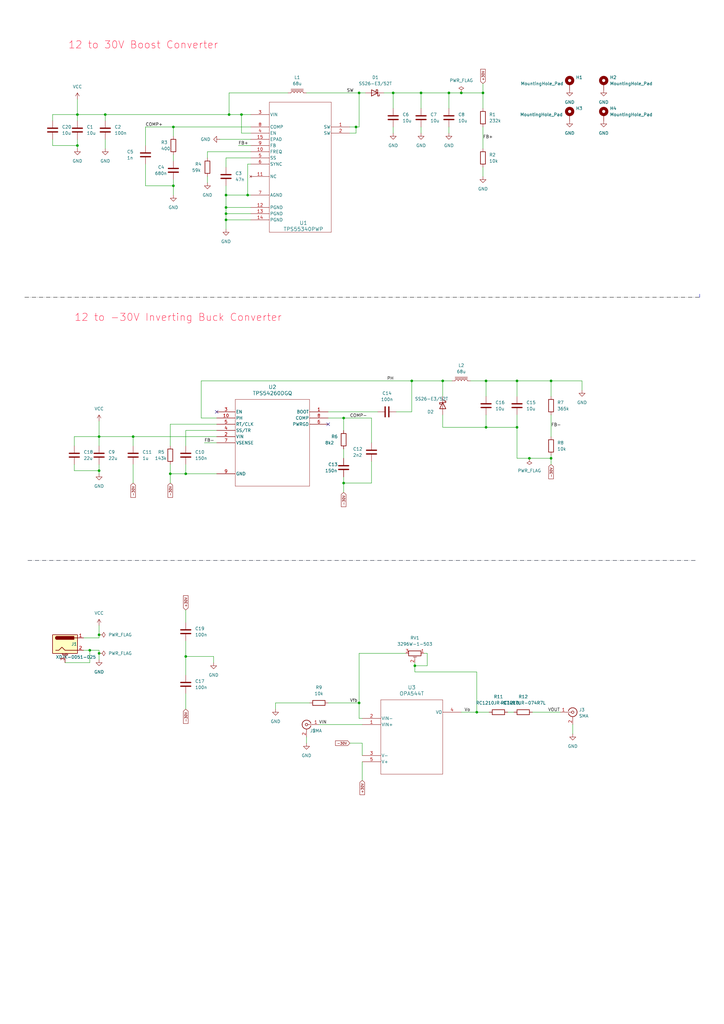
<source format=kicad_sch>
(kicad_sch (version 20231120) (generator "eeschema") (generator_version "8.0")
  (paper "A3" portrait)
  (lib_symbols
    (symbol "Connector:Barrel_Jack_MountingPin" (pin_names hide)
      (property "Reference" "J1" (at 2.54 0 0))
      (property "Value" "Power_in" (at -3.81 -5.334 0))
      (symbol "Barrel_Jack_MountingPin_0_1"
        (rectangle (start -5.08 3.81) (end 5.08 -3.81) (stroke (width 0.254)) (fill (type background)))
        (arc (start -3.302 3.175) (mid -3.9343 2.54) (end -3.302 1.905) (stroke (width 0.254)))
        (arc (start -3.302 3.175) (mid -3.9343 2.54) (end -3.302 1.905) (stroke (width 0.254)) (fill (type outline)))
        (polyline (pts (xy 5.08 2.54) (xy 3.81 2.54)) (stroke (width 0.254)))
        (polyline (pts (xy -3.81 -2.54) (xy -2.54 -2.54) (xy -1.27 -1.27) (xy 0 -2.54) (xy 2.54 -2.54) (xy 5.08 -2.54)) (stroke (width 0.254)))
        (rectangle (start 3.683 3.175) (end -3.302 1.905) (stroke (width 0.254)) (fill (type outline)))
      )
      (symbol "Barrel_Jack_MountingPin_1_1"
        (polyline (pts (xy -1.016 -4.572) (xy 1.016 -4.572)) (stroke (width 0.1524)))
        (text "Mounting" (at 0 -4.191 0) (effects (font (size 0.381 0.381))))
        (pin passive line (at 7.62 2.54 180) (length 2.54) (name "~") (number "1"))
        (pin passive line (at 7.62 -2.54 180) (length 2.54) (name "~") (number "2"))
        (pin passive line (at 0 -7.62 90) (length 3.048) (name "MountPin") (number "3"))
      )
    )
    (symbol "Connector:Conn_Coaxial" (pin_names (offset 1.016) hide)
      (property "Reference" "J" (at 0.254 3.048 0))
      (property "Value" "Conn_Coaxial" (at 2.921 0 90))
      (symbol "Conn_Coaxial_0_1"
        (arc (start -1.778 -0.508) (mid 0.2311 -1.8066) (end 1.778 0) (stroke (width 0.254)))
        (polyline (pts (xy -2.54 0) (xy -0.508 0)))
        (polyline (pts (xy 0 -2.54) (xy 0 -1.778)))
        (circle (center 0 0) (radius 0.508) (stroke (width 0.2032)))
        (arc (start 1.778 0) (mid 0.2099 1.8101) (end -1.778 0.508) (stroke (width 0.254)))
      )
      (symbol "Conn_Coaxial_1_1"
        (pin passive line (at -5.08 0 0) (length 2.54) (name "In") (number "1"))
        (pin passive line (at 0 -5.08 90) (length 2.54) (name "Ext") (number "2"))
      )
    )
    (symbol "Device:C" (pin_numbers hide) (pin_names (offset 0.254))
      (property "Reference" "C" (at 0.635 2.54 0))
      (property "Value" "C" (at 0.635 -2.54 0))
      (symbol "C_0_1"
        (polyline (pts (xy -2.032 -0.762) (xy 2.032 -0.762)) (stroke (width 0.508)))
        (polyline (pts (xy -2.032 0.762) (xy 2.032 0.762)) (stroke (width 0.508)))
      )
      (symbol "C_1_1"
        (pin passive line (at 0 3.81 270) (length 2.794) (name "~") (number "1"))
        (pin passive line (at 0 -3.81 90) (length 2.794) (name "~") (number "2"))
      )
    )
    (symbol "Device:D_Schottky" (pin_numbers hide) (pin_names (offset 1.016) hide)
      (property "Reference" "D" (at 0 2.54 0))
      (property "Value" "D_Schottky" (at 0 -2.54 0))
      (symbol "D_Schottky_0_1"
        (polyline (pts (xy 1.27 0) (xy -1.27 0)))
        (polyline (pts (xy 1.27 1.27) (xy 1.27 -1.27) (xy -1.27 0) (xy 1.27 1.27)) (stroke (width 0.254)))
        (polyline (pts (xy -1.905 0.635) (xy -1.905 1.27) (xy -1.27 1.27) (xy -1.27 -1.27) (xy -0.635 -1.27) (xy -0.635 -0.635)) (stroke (width 0.254)))
      )
      (symbol "D_Schottky_1_1"
        (pin passive line (at -3.81 0 0) (length 2.54) (name "K") (number "1"))
        (pin passive line (at 3.81 0 180) (length 2.54) (name "A") (number "2"))
      )
    )
    (symbol "Device:L_Iron" (pin_numbers hide) (pin_names (offset 1.016) hide)
      (property "Reference" "L" (at -1.27 0 90))
      (property "Value" "L_Iron" (at 2.794 0 90))
      (symbol "L_Iron_0_1"
        (arc (start 0 -2.54) (mid 0.6323 -1.905) (end 0 -1.27))
        (arc (start 0 -1.27) (mid 0.6323 -0.635) (end 0 0))
        (polyline (pts (xy 1.016 2.54) (xy 1.016 -2.54)))
        (polyline (pts (xy 1.524 -2.54) (xy 1.524 2.54)))
        (arc (start 0 0) (mid 0.6323 0.635) (end 0 1.27))
        (arc (start 0 1.27) (mid 0.6323 1.905) (end 0 2.54))
      )
      (symbol "L_Iron_1_1"
        (pin passive line (at 0 3.81 270) (length 1.27) (name "1") (number "1"))
        (pin passive line (at 0 -3.81 90) (length 1.27) (name "2") (number "2"))
      )
    )
    (symbol "Device:R" (pin_numbers hide) (pin_names (offset 0))
      (property "Reference" "R" (at 2.032 0 90))
      (property "Value" "R" (at 0 0 90))
      (symbol "R_0_1"
        (rectangle (start -1.016 -2.54) (end 1.016 2.54) (stroke (width 0.254)))
      )
      (symbol "R_1_1"
        (pin passive line (at 0 3.81 270) (length 1.27) (name "~") (number "1"))
        (pin passive line (at 0 -3.81 90) (length 1.27) (name "~") (number "2"))
      )
    )
    (symbol "Device:R_Potentiometer_Trim" (pin_names (offset 1.016) hide)
      (property "Reference" "RV" (at -4.445 0 90))
      (property "Value" "R_Potentiometer_Trim" (at -2.54 0 90))
      (symbol "R_Potentiometer_Trim_0_1"
        (polyline (pts (xy 1.524 0.762) (xy 1.524 -0.762)))
        (polyline (pts (xy 2.54 0) (xy 1.524 0)))
        (rectangle (start 1.016 2.54) (end -1.016 -2.54) (stroke (width 0.254)))
      )
      (symbol "R_Potentiometer_Trim_1_1"
        (pin passive line (at 0 3.81 270) (length 1.27) (name "1") (number "1"))
        (pin passive line (at 3.81 0 180) (length 1.27) (name "2") (number "2"))
        (pin passive line (at 0 -3.81 90) (length 1.27) (name "3") (number "3"))
      )
    )
    (symbol "Mechanical:MountingHole_Pad" (pin_numbers hide) (pin_names (offset 1.016) hide) (exclude_from_sim yes) (in_bom no)
      (property "Reference" "H" (at 0 6.35 0))
      (property "Value" "MountingHole_Pad" (at 0 4.445 0))
      (symbol "MountingHole_Pad_0_1"
        (circle (center 0 1.27) (radius 1.27) (stroke (width 1.27)))
      )
      (symbol "MountingHole_Pad_1_1"
        (pin input line (at 0 -2.54 90) (length 2.54) (name "1") (number "1"))
      )
    )
    (symbol "OPA544T:OPA544T" (pin_names (offset 0.254))
      (property "Reference" "U" (at 20.32 12.7 0))
      (property "Value" "OPA544T" (at 20.32 10.16 0))
      (symbol "OPA544T_0_1"
        (polyline (pts (xy 7.62 -22.86) (xy 33.02 -22.86)) (stroke (width 0.127)))
        (polyline (pts (xy 7.62 7.62) (xy 7.62 -22.86)) (stroke (width 0.127)))
        (polyline (pts (xy 33.02 -22.86) (xy 33.02 7.62)) (stroke (width 0.127)))
        (polyline (pts (xy 33.02 7.62) (xy 7.62 7.62)) (stroke (width 0.127)))
        (pin input line (at 0 -2.54 0) (length 7.62) (name "VIN+") (number "1"))
        (pin input line (at 0 0 0) (length 7.62) (name "VIN-") (number "2"))
        (pin power_in line (at 0 -15.24 0) (length 7.62) (name "V-") (number "3"))
        (pin output line (at 40.64 2.54 180) (length 7.62) (name "VO") (number "4"))
        (pin power_in line (at 0 -17.78 0) (length 7.62) (name "V+") (number "5"))
      )
    )
    (symbol "TPS54260:TPS54260DGQ" (pin_names (offset 0.254))
      (property "Reference" "U" (at 22.86 10.16 0))
      (property "Value" "TPS54260DGQ" (at 22.86 7.62 0))
      (symbol "TPS54260DGQ_0_1"
        (polyline (pts (xy 7.62 -30.48) (xy 38.1 -30.48)) (stroke (width 0.127)))
        (polyline (pts (xy 7.62 5.08) (xy 7.62 -30.48)) (stroke (width 0.127)))
        (polyline (pts (xy 38.1 -30.48) (xy 38.1 5.08)) (stroke (width 0.127)))
        (polyline (pts (xy 38.1 5.08) (xy 7.62 5.08)) (stroke (width 0.127)))
        (pin output line (at 45.72 0 180) (length 7.62) (name "BOOT") (number "1"))
        (pin input line (at 0 -2.54 0) (length 7.62) (name "PH") (number "10"))
        (pin input line (at 0 -10.16 0) (length 7.62) (name "VIN") (number "2"))
        (pin input line (at 0 0 0) (length 7.62) (name "EN") (number "3"))
        (pin input line (at 0 -7.62 0) (length 7.62) (name "SS/TR") (number "4"))
        (pin input line (at 0 -5.08 0) (length 7.62) (name "RT/CLK") (number "5"))
        (pin output line (at 45.72 -5.08 180) (length 7.62) (name "PWRGD") (number "6"))
        (pin input line (at 0 -12.7 0) (length 7.62) (name "VSENSE") (number "7"))
        (pin output line (at 45.72 -2.54 180) (length 7.62) (name "COMP") (number "8"))
        (pin power_in line (at 0 -25.4 0) (length 7.62) (name "GND") (number "9"))
      )
    )
    (symbol "power:GND" (power) (pin_names (offset 0))
      (property "Value" "GND" (at 0 -3.81 0))
      (symbol "GND_0_1"
        (polyline (pts (xy 0 0) (xy 0 -1.27) (xy 1.27 -1.27) (xy 0 -2.54) (xy -1.27 -1.27) (xy 0 -1.27)))
      )
      (symbol "GND_1_1"
        (pin power_in line (at 0 0 270) (length 0) hide (name "GND") (number "1"))
      )
    )
    (symbol "power:PWR_FLAG" (power) (pin_numbers hide) (pin_names (offset 0) hide)
      (property "Value" "PWR_FLAG" (at 0 3.81 0))
      (symbol "PWR_FLAG_0_0"
        (pin power_out line (at 0 0 90) (length 0) (name "~") (number "1"))
      )
      (symbol "PWR_FLAG_0_1"
        (polyline (pts (xy 0 0) (xy 0 1.27) (xy -1.016 1.905) (xy 0 2.54) (xy 1.016 1.905) (xy 0 1.27)))
      )
    )
    (symbol "power:VCC" (power) (pin_names (offset 0))
      (property "Value" "VCC" (at 0 3.81 0))
      (symbol "VCC_0_1"
        (polyline (pts (xy -0.762 1.27) (xy 0 2.54)))
        (polyline (pts (xy 0 0) (xy 0 2.54)))
        (polyline (pts (xy 0 2.54) (xy 0.762 1.27)))
      )
      (symbol "VCC_1_1"
        (pin power_in line (at 0 0 90) (length 0) hide (name "VCC") (number "1"))
      )
    )
    (symbol "tps56:TPS55340PWP" (pin_names (offset 0.254))
      (property "Reference" "U" (at 20.32 10.16 0))
      (property "Value" "TPS55340PWP" (at 20.32 7.62 0))
      (symbol "TPS55340PWP_0_1"
        (polyline (pts (xy 7.62 -48.26) (xy 33.02 -48.26)) (stroke (width 0.127)))
        (polyline (pts (xy 7.62 5.08) (xy 7.62 -48.26)) (stroke (width 0.127)))
        (polyline (pts (xy 33.02 -48.26) (xy 33.02 5.08)) (stroke (width 0.127)))
        (polyline (pts (xy 33.02 5.08) (xy 7.62 5.08)) (stroke (width 0.127)))
        (pin unspecified line (at 40.64 -5.08 180) (length 7.62) (name "SW") (number "1"))
        (pin unspecified line (at 0 -15.24 0) (length 7.62) (name "FREQ") (number "10"))
        (pin no_connect line (at 0 -25.4 0) (length 7.62) (name "NC") (number "11"))
        (pin power_in line (at 0 -38.1 0) (length 7.62) (name "PGND") (number "12"))
        (pin power_in line (at 0 -40.64 0) (length 7.62) (name "PGND") (number "13"))
        (pin power_in line (at 0 -43.18 0) (length 7.62) (name "PGND") (number "14"))
        (pin unspecified line (at 0 -10.16 0) (length 7.62) (name "EPAD") (number "15"))
        (pin unspecified line (at 40.64 -7.62 180) (length 7.62) (name "SW") (number "2"))
        (pin input line (at 0 0 0) (length 7.62) (name "VIN") (number "3"))
        (pin unspecified line (at 0 -7.62 0) (length 7.62) (name "EN") (number "4"))
        (pin unspecified line (at 0 -17.78 0) (length 7.62) (name "SS") (number "5"))
        (pin unspecified line (at 0 -20.32 0) (length 7.62) (name "SYNC") (number "6"))
        (pin power_in line (at 0 -33.02 0) (length 7.62) (name "AGND") (number "7"))
        (pin unspecified line (at 0 -5.08 0) (length 7.62) (name "COMP") (number "8"))
        (pin unspecified line (at 0 -12.7 0) (length 7.62) (name "FB") (number "9"))
      )
    )
  )
  (junction (at 40.64 179.07))
  (junction (at 93.98 46.99))
  (junction (at 40.64 267.97))
  (junction (at 168.91 156.21))
  (junction (at 76.2 269.24))
  (junction (at 71.12 76.2))
  (junction (at 181.61 156.21))
  (junction (at 101.6 80.01))
  (junction (at 184.15 38.1))
  (junction (at 172.72 38.1))
  (junction (at 146.05 52.07))
  (junction (at 195.58 292.1))
  (junction (at 31.75 59.69))
  (junction (at 36.83 266.7))
  (junction (at 40.64 193.04))
  (junction (at 147.32 38.1))
  (junction (at 199.39 175.26))
  (junction (at 212.09 175.26))
  (junction (at 92.71 90.17))
  (junction (at 43.18 46.99))
  (junction (at 217.17 187.96))
  (junction (at 92.71 80.01))
  (junction (at 69.85 194.31))
  (junction (at 99.06 46.99))
  (junction (at 161.29 38.1))
  (junction (at 170.18 273.05))
  (junction (at 76.2 194.31))
  (junction (at 189.23 38.1))
  (junction (at 54.61 179.07))
  (junction (at 140.97 198.12))
  (junction (at 31.75 46.99))
  (junction (at 226.06 187.96))
  (junction (at 92.71 85.09))
  (junction (at 147.32 288.29))
  (junction (at 226.06 156.21))
  (junction (at 198.12 38.1))
  (junction (at 212.09 156.21))
  (junction (at 71.12 52.07))
  (junction (at 40.64 260.35))
  (junction (at 140.97 171.45))
  (junction (at 92.71 87.63))
  (junction (at 199.39 156.21))
  (no_connect (at 88.9 168.91))
  (no_connect (at 134.62 173.99))
  (wire (pts (xy 92.71 90.17) (xy 92.71 93.98)))
  (wire (pts (xy 161.29 38.1) (xy 172.72 38.1)))
  (wire (pts (xy 31.75 57.15) (xy 31.75 59.69)))
  (wire (pts (xy 152.4 181.61) (xy 152.4 171.45)))
  (wire (pts (xy 85.09 72.39) (xy 85.09 74.93)))
  (wire (pts (xy 76.2 262.89) (xy 76.2 269.24)))
  (wire (pts (xy 76.2 190.5) (xy 76.2 194.31)))
  (wire (pts (xy 198.12 34.29) (xy 198.12 38.1)))
  (wire (pts (xy 82.55 156.21) (xy 168.91 156.21)))
  (polyline (pts (xy 10.16 121.92) (xy 287.02 121.92)) (stroke (width 0) (type dash_dot) (color 5 5 5 1)))
  (wire (pts (xy 198.12 44.45) (xy 198.12 38.1)))
  (wire (pts (xy 21.59 46.99) (xy 21.59 49.53)))
  (wire (pts (xy 140.97 171.45) (xy 140.97 176.53)))
  (wire (pts (xy 140.97 171.45) (xy 134.62 171.45)))
  (wire (pts (xy 40.64 266.7) (xy 40.64 267.97)))
  (wire (pts (xy 152.4 189.23) (xy 152.4 198.12)))
  (wire (pts (xy 85.09 62.23) (xy 85.09 64.77)))
  (wire (pts (xy 82.55 171.45) (xy 82.55 156.21)))
  (wire (pts (xy 30.48 190.5) (xy 30.48 193.04)))
  (wire (pts (xy 195.58 292.1) (xy 200.66 292.1)))
  (wire (pts (xy 92.71 64.77) (xy 92.71 68.58)))
  (wire (pts (xy 226.06 162.56) (xy 226.06 156.21)))
  (wire (pts (xy 147.32 267.97) (xy 166.37 267.97)))
  (wire (pts (xy 21.59 59.69) (xy 31.75 59.69)))
  (wire (pts (xy 34.29 261.62) (xy 40.64 261.62)))
  (wire (pts (xy 168.91 168.91) (xy 168.91 156.21)))
  (wire (pts (xy 140.97 198.12) (xy 140.97 201.93)))
  (wire (pts (xy 93.98 46.99) (xy 99.06 46.99)))
  (wire (pts (xy 184.15 44.45) (xy 184.15 38.1)))
  (wire (pts (xy 226.06 170.18) (xy 226.06 179.07)))
  (wire (pts (xy 34.29 266.7) (xy 36.83 266.7)))
  (wire (pts (xy 76.2 182.88) (xy 76.2 176.53)))
  (wire (pts (xy 140.97 184.15) (xy 140.97 187.96)))
  (wire (pts (xy 43.18 57.15) (xy 43.18 60.96)))
  (wire (pts (xy 69.85 190.5) (xy 69.85 194.31)))
  (wire (pts (xy 226.06 187.96) (xy 226.06 190.5)))
  (wire (pts (xy 134.62 168.91) (xy 154.94 168.91)))
  (wire (pts (xy 199.39 156.21) (xy 212.09 156.21)))
  (wire (pts (xy 69.85 173.99) (xy 88.9 173.99)))
  (wire (pts (xy 40.64 179.07) (xy 40.64 172.72)))
  (wire (pts (xy 113.03 288.29) (xy 113.03 290.83)))
  (wire (pts (xy 76.2 176.53) (xy 88.9 176.53)))
  (wire (pts (xy 76.2 194.31) (xy 88.9 194.31)))
  (wire (pts (xy 152.4 171.45) (xy 140.97 171.45)))
  (wire (pts (xy 43.18 46.99) (xy 93.98 46.99)))
  (wire (pts (xy 40.64 179.07) (xy 40.64 182.88)))
  (wire (pts (xy 71.12 73.66) (xy 71.12 76.2)))
  (wire (pts (xy 97.79 59.69) (xy 102.87 59.69)))
  (wire (pts (xy 30.48 179.07) (xy 30.48 182.88)))
  (wire (pts (xy 234.95 297.18) (xy 234.95 300.99)))
  (wire (pts (xy 113.03 288.29) (xy 127 288.29)))
  (wire (pts (xy 92.71 76.2) (xy 92.71 80.01)))
  (wire (pts (xy 59.69 52.07) (xy 71.12 52.07)))
  (wire (pts (xy 92.71 87.63) (xy 92.71 90.17)))
  (wire (pts (xy 161.29 38.1) (xy 157.48 38.1)))
  (wire (pts (xy 71.12 76.2) (xy 71.12 80.01)))
  (wire (pts (xy 130.81 297.18) (xy 148.59 297.18)))
  (wire (pts (xy 226.06 187.96) (xy 217.17 187.96)))
  (wire (pts (xy 92.71 80.01) (xy 92.71 85.09)))
  (wire (pts (xy 76.2 269.24) (xy 76.2 276.86)))
  (wire (pts (xy 181.61 170.18) (xy 181.61 175.26)))
  (wire (pts (xy 148.59 304.8) (xy 148.59 309.88)))
  (wire (pts (xy 31.75 46.99) (xy 21.59 46.99)))
  (wire (pts (xy 31.75 59.69) (xy 31.75 60.96)))
  (wire (pts (xy 181.61 156.21) (xy 185.42 156.21)))
  (wire (pts (xy 59.69 59.69) (xy 59.69 52.07)))
  (wire (pts (xy 147.32 294.64) (xy 148.59 294.64)))
  (wire (pts (xy 161.29 44.45) (xy 161.29 38.1)))
  (wire (pts (xy 189.23 38.1) (xy 198.12 38.1)))
  (wire (pts (xy 102.87 62.23) (xy 85.09 62.23)))
  (wire (pts (xy 175.26 267.97) (xy 175.26 273.05)))
  (wire (pts (xy 93.98 38.1) (xy 93.98 46.99)))
  (wire (pts (xy 71.12 52.07) (xy 102.87 52.07)))
  (wire (pts (xy 71.12 52.07) (xy 71.12 55.88)))
  (wire (pts (xy 31.75 40.64) (xy 31.75 46.99)))
  (wire (pts (xy 69.85 194.31) (xy 76.2 194.31)))
  (wire (pts (xy 199.39 162.56) (xy 199.39 156.21)))
  (wire (pts (xy 173.99 267.97) (xy 175.26 267.97)))
  (wire (pts (xy 199.39 170.18) (xy 199.39 175.26)))
  (wire (pts (xy 175.26 273.05) (xy 170.18 273.05)))
  (wire (pts (xy 226.06 156.21) (xy 238.76 156.21)))
  (wire (pts (xy 88.9 171.45) (xy 82.55 171.45)))
  (wire (pts (xy 198.12 68.58) (xy 198.12 72.39)))
  (wire (pts (xy 170.18 271.78) (xy 170.18 273.05)))
  (wire (pts (xy 59.69 76.2) (xy 71.12 76.2)))
  (wire (pts (xy 147.32 267.97) (xy 147.32 288.29)))
  (wire (pts (xy 134.62 288.29) (xy 147.32 288.29)))
  (wire (pts (xy 212.09 156.21) (xy 226.06 156.21)))
  (wire (pts (xy 226.06 186.69) (xy 226.06 187.96)))
  (wire (pts (xy 199.39 175.26) (xy 212.09 175.26)))
  (wire (pts (xy 218.44 292.1) (xy 229.87 292.1)))
  (wire (pts (xy 147.32 38.1) (xy 147.32 52.07)))
  (wire (pts (xy 102.87 90.17) (xy 92.71 90.17)))
  (wire (pts (xy 102.87 64.77) (xy 92.71 64.77)))
  (wire (pts (xy 217.17 187.96) (xy 212.09 187.96)))
  (wire (pts (xy 181.61 175.26) (xy 199.39 175.26)))
  (wire (pts (xy 143.51 54.61) (xy 146.05 54.61)))
  (wire (pts (xy 146.05 52.07) (xy 143.51 52.07)))
  (wire (pts (xy 212.09 170.18) (xy 212.09 175.26)))
  (wire (pts (xy 31.75 46.99) (xy 31.75 49.53)))
  (wire (pts (xy 125.73 302.26) (xy 125.73 304.8)))
  (wire (pts (xy 238.76 160.02) (xy 238.76 156.21)))
  (wire (pts (xy 143.51 304.8) (xy 148.59 304.8)))
  (wire (pts (xy 147.32 38.1) (xy 149.86 38.1)))
  (wire (pts (xy 21.59 57.15) (xy 21.59 59.69)))
  (wire (pts (xy 36.83 271.78) (xy 36.83 266.7)))
  (wire (pts (xy 181.61 162.56) (xy 181.61 156.21)))
  (wire (pts (xy 36.83 266.7) (xy 40.64 266.7)))
  (wire (pts (xy 99.06 54.61) (xy 99.06 46.99)))
  (wire (pts (xy 102.87 54.61) (xy 99.06 54.61)))
  (wire (pts (xy 161.29 52.07) (xy 161.29 54.61)))
  (wire (pts (xy 170.18 273.05) (xy 170.18 275.59)))
  (wire (pts (xy 147.32 288.29) (xy 147.32 294.64)))
  (wire (pts (xy 172.72 44.45) (xy 172.72 38.1)))
  (polyline (pts (xy 11.43 229.87) (xy 285.75 229.87)) (stroke (width 0) (type dash_dot) (color 0 8 30 1)))
  (wire (pts (xy 54.61 179.07) (xy 88.9 179.07)))
  (wire (pts (xy 59.69 67.31) (xy 59.69 76.2)))
  (wire (pts (xy 118.11 38.1) (xy 93.98 38.1)))
  (wire (pts (xy 99.06 46.99) (xy 102.87 46.99)))
  (wire (pts (xy 76.2 284.48) (xy 76.2 290.83)))
  (wire (pts (xy 212.09 175.26) (xy 212.09 187.96)))
  (wire (pts (xy 40.64 179.07) (xy 30.48 179.07)))
  (wire (pts (xy 147.32 52.07) (xy 146.05 52.07)))
  (wire (pts (xy 168.91 156.21) (xy 181.61 156.21)))
  (wire (pts (xy 31.75 46.99) (xy 43.18 46.99)))
  (wire (pts (xy 90.17 57.15) (xy 102.87 57.15)))
  (wire (pts (xy 40.64 261.62) (xy 40.64 260.35)))
  (wire (pts (xy 92.71 80.01) (xy 101.6 80.01)))
  (wire (pts (xy 212.09 162.56) (xy 212.09 156.21)))
  (wire (pts (xy 40.64 190.5) (xy 40.64 193.04)))
  (wire (pts (xy 140.97 195.58) (xy 140.97 198.12)))
  (wire (pts (xy 40.64 179.07) (xy 54.61 179.07)))
  (wire (pts (xy 102.87 67.31) (xy 101.6 67.31)))
  (wire (pts (xy 83.82 181.61) (xy 88.9 181.61)))
  (wire (pts (xy 43.18 49.53) (xy 43.18 46.99)))
  (wire (pts (xy 71.12 63.5) (xy 71.12 66.04)))
  (wire (pts (xy 101.6 80.01) (xy 102.87 80.01)))
  (wire (pts (xy 162.56 168.91) (xy 168.91 168.91)))
  (wire (pts (xy 184.15 38.1) (xy 189.23 38.1)))
  (wire (pts (xy 30.48 193.04) (xy 40.64 193.04)))
  (wire (pts (xy 170.18 275.59) (xy 195.58 275.59)))
  (wire (pts (xy 76.2 250.19) (xy 76.2 255.27)))
  (wire (pts (xy 40.64 193.04) (xy 40.64 194.31)))
  (wire (pts (xy 101.6 67.31) (xy 101.6 80.01)))
  (wire (pts (xy 172.72 52.07) (xy 172.72 54.61)))
  (wire (pts (xy 152.4 198.12) (xy 140.97 198.12)))
  (wire (pts (xy 208.28 292.1) (xy 210.82 292.1)))
  (wire (pts (xy 184.15 52.07) (xy 184.15 54.61)))
  (wire (pts (xy 87.63 271.78) (xy 87.63 269.24)))
  (wire (pts (xy 26.67 271.78) (xy 36.83 271.78)))
  (wire (pts (xy 148.59 312.42) (xy 148.59 320.04)))
  (wire (pts (xy 189.23 292.1) (xy 195.58 292.1)))
  (wire (pts (xy 87.63 269.24) (xy 76.2 269.24)))
  (wire (pts (xy 195.58 275.59) (xy 195.58 292.1)))
  (wire (pts (xy 69.85 194.31) (xy 69.85 198.12)))
  (wire (pts (xy 172.72 38.1) (xy 184.15 38.1)))
  (wire (pts (xy 92.71 85.09) (xy 92.71 87.63)))
  (wire (pts (xy 54.61 190.5) (xy 54.61 198.12)))
  (wire (pts (xy 69.85 182.88) (xy 69.85 173.99)))
  (wire (pts (xy 125.73 38.1) (xy 147.32 38.1)))
  (wire (pts (xy 92.71 85.09) (xy 102.87 85.09)))
  (wire (pts (xy 193.04 156.21) (xy 199.39 156.21)))
  (polyline (pts (xy 287.02 120.65) (xy 287.02 121.92)))
  (wire (pts (xy 92.71 87.63) (xy 102.87 87.63)))
  (wire (pts (xy 54.61 179.07) (xy 54.61 182.88)))
  (wire (pts (xy 40.64 267.97) (xy 40.64 270.51)))
  (wire (pts (xy 146.05 54.61) (xy 146.05 52.07)))
  (wire (pts (xy 198.12 52.07) (xy 198.12 60.96)))
  (wire (pts (xy 40.64 260.35) (xy 40.64 256.54)))
  (text "12 to -30V Inverting Buck Converter" (at 30.48 132.08 0) (effects (font (size 3 3)) (justify left bottom)))
  (text "12 to 30V Boost Converter" (at 27.94 20.32 0) (effects (font (size 3 3)) (justify left bottom)))
  (label "FB+" (at 97.79 59.69 0))
  (label "COMP-" (at 143.51 171.45 0))
  (label "FB-" (at 83.82 181.61 0))
  (label "COMP+" (at 59.69 52.07 0))
  (label "VOUT" (at 224.79 292.1 0))
  (label "SW" (at 142.24 38.1 0))
  (label "FB-" (at 226.06 175.26 0))
  (label "Vfb" (at 143.51 288.29 0))
  (label "VIN" (at 130.81 297.18 0))
  (label "FB+" (at 198.12 57.15 0))
  (label "Vo" (at 190.5 292.1 0))
  (label "PH" (at 158.75 156.21 0))
  (global_label "-30V" (shape input) (at 226.06 190.5 270) (effects (font (size 1 1))) (property "Intersheetrefs" "${INTERSHEET_REFS}" (effects (hide yes))))
  (global_label "+30V" (shape input) (at 148.59 320.04 270) (effects (font (size 1 1))) (property "Intersheetrefs" "${INTERSHEET_REFS}" (effects (hide yes))))
  (global_label "-30V" (shape input) (at 69.85 198.12 270) (effects (font (size 1 1))) (property "Intersheetrefs" "${INTERSHEET_REFS}" (effects (hide yes))))
  (global_label "+30V" (shape input) (at 198.12 34.29 90) (effects (font (size 1 1))) (property "Intersheetrefs" "${INTERSHEET_REFS}" (effects (hide yes))))
  (global_label "+30V" (shape input) (at 76.2 250.19 90) (effects (font (size 1 1))) (property "Intersheetrefs" "${INTERSHEET_REFS}" (effects (hide yes))))
  (global_label "-30V" (shape input) (at 76.2 290.83 270) (effects (font (size 1 1))) (property "Intersheetrefs" "${INTERSHEET_REFS}" (effects (hide yes))))
  (global_label "-30V" (shape input) (at 54.61 198.12 270) (effects (font (size 1 1))) (property "Intersheetrefs" "${INTERSHEET_REFS}" (effects (hide yes))))
  (global_label "-30V" (shape input) (at 140.97 201.93 270) (effects (font (size 1 1))) (property "Intersheetrefs" "${INTERSHEET_REFS}" (effects (hide yes))))
  (global_label "-30V" (shape input) (at 143.51 304.8 180) (effects (font (size 1 1))) (property "Intersheetrefs" "${INTERSHEET_REFS}" (effects (hide yes))))
  (symbol (lib_id "power:GND") (at 184.15 54.61 0) (unit 1)
    (property "Reference" "#PWR017" (effects (hide yes)))
    (property "Value" "GND" (at 184.15 59.69 0))
  )
  (symbol (lib_id "power:GND") (at 71.12 80.01 0) (unit 1)
    (property "Reference" "#PWR07" (effects (hide yes)))
    (property "Value" "GND" (at 71.12 85.09 0))
  )
  (symbol (lib_id "power:GND") (at 90.17 57.15 270) (unit 1)
    (property "Reference" "#PWR09" (effects (hide yes)))
    (property "Value" "GND" (at 86.36 57.15 90) (effects (justify right)))
  )
  (symbol (lib_id "power:GND") (at 238.76 160.02 0) (unit 1)
    (property "Reference" "#PWR020" (effects (hide yes)))
    (property "Value" "GND" (at 238.76 165.1 0))
  )
  (symbol (lib_id "Device:D_Schottky") (at 153.67 38.1 180) (unit 1)
    (property "Reference" "D1" (at 153.9875 31.75 0))
    (property "Value" "SS26-E3/52T" (at 153.9875 34.29 0))
    (property "Footprint" "SSB44:DIODE_DO214AA_MBRS_VIS" (effects (hide yes)))
  )
  (symbol (lib_id "Device:R") (at 204.47 292.1 90) (unit 1)
    (property "Reference" "R11" (at 204.47 285.75 90))
    (property "Value" "RC1210JR-074R7L" (at 204.47 288.29 90))
    (property "Footprint" "Resistor_SMD:R_1210_3225Metric" (effects (hide yes)))
    (property "Datasheet" "RC1210JR-074R7L" (effects (hide yes)))
  )
  (symbol (lib_id "Device:R") (at 226.06 182.88 180) (unit 1)
    (property "Reference" "R8" (at 228.6 181.61 0) (effects (justify right)))
    (property "Value" "10k" (at 228.6 184.15 0) (effects (justify right)))
    (property "Footprint" "Resistor_SMD:R_0603_1608Metric" (effects (hide yes)))
    (property "Datasheet" "https://ozdisan.com/pasif-komponentler/direncler/smt-smd-ve-cip-direncler/RC0603JR-0710KL/383150" (effects (hide yes)))
  )
  (symbol (lib_id "Device:C") (at 54.61 186.69 0) (unit 1)
    (property "Reference" "C11" (at 58.42 185.42 0) (effects (justify left)))
    (property "Value" "1u" (at 58.42 187.96 0) (effects (justify left)))
    (property "Footprint" "Capacitor_SMD:C_0603_1608Metric" (effects (hide yes)))
    (property "Datasheet" "CL21Y105KCFVPJE" (effects (hide yes)))
  )
  (symbol (lib_id "Connector:Conn_Coaxial") (at 125.73 297.18 0) (mirror y) (unit 1)
    (property "Reference" "J2" (at 129.54 299.72 0) (effects (justify left)))
    (property "Value" "SMA" (at 132.08 299.72 0) (effects (justify left)))
    (property "Footprint" "Connector_Coaxial:SMA_Samtec_SMA-J-P-X-ST-EM1_EdgeMount" (effects (hide yes)))
    (property "Datasheet" " ~" (effects (hide yes)))
  )
  (symbol (lib_id "TPS54260:TPS54260DGQ") (at 88.9 168.91 0) (unit 1)
    (property "Reference" "U2" (at 111.76 158.75 0) (effects (font (size 1.524 1.524))))
    (property "Value" "TPS54260DGQ" (at 111.76 161.29 0) (effects (font (size 1.524 1.524))))
    (property "Footprint" "TPS54260:DGQ10_1P88X1P57" (effects (hide yes)))
    (property "Datasheet" "TPS54260DGQ" (effects (hide yes)))
  )
  (symbol (lib_id "Device:C") (at 59.69 63.5 0) (unit 1)
    (property "Reference" "C5" (at 52.07 62.23 0) (effects (justify left)))
    (property "Value" "1n" (at 52.07 64.77 0) (effects (justify left)))
    (property "Footprint" "Capacitor_SMD:C_0603_1608Metric" (effects (hide yes)))
    (property "Datasheet" "CL10C151JB8NNNC" (effects (hide yes)))
  )
  (symbol (lib_id "Device:D_Schottky") (at 181.61 166.37 270) (unit 1)
    (property "Reference" "D2" (at 175.26 168.91 90) (effects (justify left)))
    (property "Value" "SS26-E3/52T" (at 170.18 163.576 90) (effects (justify left)))
    (property "Footprint" "SSB44:DIODE_DO214AA_MBRS_VIS" (effects (hide yes)))
  )
  (symbol (lib_id "power:VCC") (at 40.64 172.72 0) (unit 1)
    (property "Reference" "#PWR04" (effects (hide yes)))
    (property "Value" "VCC" (at 40.64 167.64 0))
  )
  (symbol (lib_id "power:GND") (at 234.95 300.99 0) (unit 1)
    (property "Reference" "#PWR019" (effects (hide yes)))
    (property "Value" "GND" (at 234.95 306.07 0))
  )
  (symbol (lib_id "tps56:TPS55340PWP") (at 102.87 46.99 0) (unit 1)
    (property "Reference" "U1" (at 124.46 91.44 0) (effects (font (size 1.524 1.524))))
    (property "Value" "TPS55340PWP" (at 124.46 93.98 0) (effects (font (size 1.524 1.524))))
    (property "Footprint" "TPS55340:PWP14" (effects (hide yes)))
    (property "Datasheet" "TPS55340PWP" (effects (hide yes)))
  )
  (symbol (lib_id "power:GND") (at 40.64 194.31 0) (unit 1)
    (property "Reference" "#PWR06" (effects (hide yes)))
    (property "Value" "GND" (at 40.64 199.39 0))
  )
  (symbol (lib_id "Device:C") (at 172.72 48.26 0) (unit 1)
    (property "Reference" "C7" (at 176.53 46.99 0) (effects (justify left)))
    (property "Value" "10u" (at 176.53 49.53 0) (effects (justify left)))
    (property "Footprint" "Capacitor_SMD:C_1206_3216Metric" (effects (hide yes)))
    (property "Datasheet" "CL31B106KBHNNNE" (effects (hide yes)))
  )
  (symbol (lib_id "Device:C") (at 158.75 168.91 90) (unit 1)
    (property "Reference" "C14" (at 158.75 161.29 90))
    (property "Value" "100n" (at 158.75 163.83 90))
    (property "Footprint" "Capacitor_SMD:C_0603_1608Metric" (effects (hide yes)))
    (property "Datasheet" "CL10B104KB8NNNC" (effects (hide yes)))
  )
  (symbol (lib_id "Device:R") (at 198.12 48.26 180) (unit 1)
    (property "Reference" "R1" (at 200.66 46.99 0) (effects (justify right)))
    (property "Value" "232k" (at 200.66 49.53 0) (effects (justify right)))
    (property "Footprint" "Resistor_SMD:R_0603_1608Metric" (effects (hide yes)))
    (property "Datasheet" "0603SAF2323T5E" (effects (hide yes)))
  )
  (symbol (lib_id "power:GND") (at 233.68 49.53 0) (unit 1)
    (property "Reference" "#PWR023" (effects (hide yes)))
    (property "Value" "GND" (at 233.68 54.61 0))
  )
  (symbol (lib_id "Device:C") (at 40.64 186.69 0) (unit 1)
    (property "Reference" "C9" (at 44.45 185.4199 0) (effects (justify left)))
    (property "Value" "22u" (at 44.45 187.9599 0) (effects (justify left)))
    (property "Footprint" "Capacitor_SMD:C_1210_3225Metric" (effects (hide yes)))
    (property "Datasheet" "CL32B226KAJNNNE" (effects (hide yes)))
  )
  (symbol (lib_id "power:GND") (at 87.63 271.78 0) (unit 1)
    (property "Reference" "#PWR05" (effects (hide yes)))
    (property "Value" "GND" (at 87.63 276.86 0))
  )
  (symbol (lib_id "Device:C") (at 212.09 166.37 0) (unit 1)
    (property "Reference" "C15" (at 215.9 165.1 0) (effects (justify left)))
    (property "Value" "10u" (at 215.9 167.64 0) (effects (justify left)))
    (property "Footprint" "Capacitor_SMD:C_1206_3216Metric" (effects (hide yes)))
    (property "Datasheet" "CL31B106KBHNNNE" (effects (hide yes)))
  )
  (symbol (lib_id "power:PWR_FLAG") (at 217.17 187.96 180) (unit 1)
    (property "Reference" "#FLG03" (effects (hide yes)))
    (property "Value" "PWR_FLAG" (at 217.17 193.04 0))
    (property "Description" "Special symbol for telling ERC where power comes from" (effects (hide yes)))
  )
  (symbol (lib_id "Device:C") (at 30.48 186.69 0) (unit 1)
    (property "Reference" "C18" (at 34.29 185.4199 0) (effects (justify left)))
    (property "Value" "22u" (at 34.29 187.9599 0) (effects (justify left)))
    (property "Footprint" "Capacitor_SMD:C_1210_3225Metric" (effects (hide yes)))
    (property "Datasheet" "CL32B226KAJNNNE" (effects (hide yes)))
  )
  (symbol (lib_id "power:GND") (at 40.64 270.51 0) (unit 1)
    (property "Reference" "#PWR011" (effects (hide yes)))
    (property "Value" "GND" (at 40.64 275.59 0))
  )
  (symbol (lib_id "Mechanical:MountingHole_Pad") (at 233.68 46.99 0) (unit 1) (exclude_from_sim yes) (in_bom no)
    (property "Reference" "H3" (at 236.22 44.4499 0) (effects (justify left)))
    (property "Value" "MountingHole_Pad" (at 213.36 46.99 0) (effects (justify left)))
    (property "Footprint" "MountingHole:MountingHole_2.5mm_Pad" (effects (hide yes)))
    (property "Description" "Mounting Hole with connection" (effects (hide yes)))
  )
  (symbol (lib_id "Device:L_Iron") (at 189.23 156.21 90) (unit 1)
    (property "Reference" "L2" (at 189.23 149.86 90))
    (property "Value" "68u" (at 189.23 152.4 90))
    (property "Footprint" "744771:IND_1050P-WE-PD_WRE" (effects (hide yes)))
  )
  (symbol (lib_id "power:GND") (at 92.71 93.98 0) (unit 1)
    (property "Reference" "#PWR010" (effects (hide yes)))
    (property "Value" "GND" (at 92.71 99.06 0))
  )
  (symbol (lib_id "Device:R") (at 214.63 292.1 90) (unit 1)
    (property "Reference" "R12" (at 214.63 285.75 90))
    (property "Value" "RC1210JR-074R7L" (at 214.63 288.29 90))
    (property "Footprint" "Resistor_SMD:R_1210_3225Metric" (effects (hide yes)))
    (property "Datasheet" "RC1210JR-074R7L" (effects (hide yes)))
  )
  (symbol (lib_id "Device:C") (at 71.12 69.85 0) (unit 1)
    (property "Reference" "C4" (at 64.77 68.58 0) (effects (justify left)))
    (property "Value" "680n" (at 63.5 71.12 0) (effects (justify left)))
    (property "Footprint" "Capacitor_SMD:C_0603_1608Metric" (effects (hide yes)))
    (property "Datasheet" "CL10B224KA8NNNC" (effects (hide yes)))
  )
  (symbol (lib_id "Device:C") (at 76.2 186.69 0) (unit 1)
    (property "Reference" "C10" (at 80.01 185.42 0) (effects (justify left)))
    (property "Value" "150n" (at 80.01 187.96 0) (effects (justify left)))
    (property "Footprint" "Capacitor_SMD:C_0603_1608Metric" (effects (hide yes)))
    (property "Datasheet" "CL10B154KB8VPNC" (effects (hide yes)))
  )
  (symbol (lib_id "power:GND") (at 233.68 36.83 0) (unit 1)
    (property "Reference" "#PWR021" (effects (hide yes)))
    (property "Value" "GND" (at 233.68 41.91 0))
  )
  (symbol (lib_id "Device:R") (at 71.12 59.69 180) (unit 1)
    (property "Reference" "R3" (at 66.04 58.42 0) (effects (justify right)))
    (property "Value" "400" (at 66.04 60.96 0) (effects (justify right)))
    (property "Footprint" "Resistor_SMD:R_0603_1608Metric" (effects (hide yes)))
    (property "Datasheet" "0603SAF4300T5E" (effects (hide yes)))
  )
  (symbol (lib_id "Device:C") (at 152.4 185.42 0) (unit 1)
    (property "Reference" "C12" (at 144.78 184.15 0) (effects (justify left)))
    (property "Value" "2n2" (at 144.78 186.69 0) (effects (justify left)))
    (property "Footprint" "Capacitor_SMD:C_0603_1608Metric" (effects (hide yes)))
    (property "Datasheet" "CL10B222KB8NNNC" (effects (hide yes)))
  )
  (symbol (lib_id "Device:C") (at 161.29 48.26 0) (unit 1)
    (property "Reference" "C6" (at 165.1 46.99 0) (effects (justify left)))
    (property "Value" "10u" (at 165.1 49.53 0) (effects (justify left)))
    (property "Footprint" "Capacitor_SMD:C_1206_3216Metric" (effects (hide yes)))
    (property "Datasheet" "CL31B106KBHNNNE" (effects (hide yes)))
  )
  (symbol (lib_id "Device:C") (at 199.39 166.37 0) (unit 1)
    (property "Reference" "C16" (at 203.2 165.1 0) (effects (justify left)))
    (property "Value" "10u" (at 203.2 167.64 0) (effects (justify left)))
    (property "Footprint" "Capacitor_SMD:C_1206_3216Metric" (effects (hide yes)))
    (property "Datasheet" "CL31B106KBHNNNE" (effects (hide yes)))
  )
  (symbol (lib_id "power:GND") (at 43.18 60.96 0) (unit 1)
    (property "Reference" "#PWR03" (effects (hide yes)))
    (property "Value" "GND" (at 43.18 66.04 0))
  )
  (symbol (lib_id "power:GND") (at 85.09 74.93 0) (unit 1)
    (property "Reference" "#PWR08" (effects (hide yes)))
    (property "Value" "GND" (at 85.09 80.01 0))
  )
  (symbol (lib_id "Device:C") (at 92.71 72.39 0) (unit 1)
    (property "Reference" "C3" (at 96.52 71.12 0) (effects (justify left)))
    (property "Value" "47n" (at 96.52 73.66 0) (effects (justify left)))
    (property "Footprint" "Capacitor_SMD:C_0603_1608Metric" (effects (hide yes)))
    (property "Datasheet" "CC0603KRX7R9BB473" (effects (hide yes)))
  )
  (symbol (lib_id "Device:C") (at 43.18 53.34 0) (unit 1)
    (property "Reference" "C2" (at 46.99 52.07 0) (effects (justify left)))
    (property "Value" "100n" (at 46.99 54.61 0) (effects (justify left)))
    (property "Footprint" "Capacitor_SMD:C_0603_1608Metric" (effects (hide yes)))
    (property "Datasheet" "CL10B104KB8NNNC" (effects (hide yes)))
  )
  (symbol (lib_id "Mechanical:MountingHole_Pad") (at 247.65 46.99 0) (unit 1) (exclude_from_sim yes) (in_bom no)
    (property "Reference" "H4" (at 250.19 44.4499 0) (effects (justify left)))
    (property "Value" "MountingHole_Pad" (at 250.19 46.9899 0) (effects (justify left)))
    (property "Footprint" "MountingHole:MountingHole_2.5mm_Pad" (effects (hide yes)))
    (property "Description" "Mounting Hole with connection" (effects (hide yes)))
  )
  (symbol (lib_id "power:GND") (at 198.12 72.39 0) (unit 1)
    (property "Reference" "#PWR018" (effects (hide yes)))
    (property "Value" "GND" (at 198.12 77.47 0))
  )
  (symbol (lib_id "Mechanical:MountingHole_Pad") (at 233.68 34.29 0) (unit 1) (exclude_from_sim yes) (in_bom no)
    (property "Reference" "H1" (at 236.22 31.7499 0) (effects (justify left)))
    (property "Value" "MountingHole_Pad" (at 213.614 34.29 0) (effects (justify left)))
    (property "Footprint" "MountingHole:MountingHole_2.5mm_Pad" (effects (hide yes)))
    (property "Description" "Mounting Hole with connection" (effects (hide yes)))
  )
  (symbol (lib_id "Device:C") (at 184.15 48.26 0) (unit 1)
    (property "Reference" "C8" (at 187.96 46.99 0) (effects (justify left)))
    (property "Value" "10u" (at 187.96 49.53 0) (effects (justify left)))
    (property "Footprint" "Capacitor_SMD:C_1206_3216Metric" (effects (hide yes)))
    (property "Datasheet" "CL31B106KBHNNNE" (effects (hide yes)))
  )
  (symbol (lib_id "Device:L_Iron") (at 121.92 38.1 90) (unit 1)
    (property "Reference" "L1" (at 121.92 31.75 90))
    (property "Value" "68u" (at 121.92 34.29 90))
    (property "Footprint" "744771:IND_1050P-WE-PD_WRE" (effects (hide yes)))
  )
  (symbol (lib_id "power:VCC") (at 40.64 256.54 0) (unit 1)
    (property "Reference" "#PWR014" (effects (hide yes)))
    (property "Value" "VCC" (at 40.64 251.46 0))
  )
  (symbol (lib_id "power:PWR_FLAG") (at 40.64 267.97 270) (unit 1)
    (property "Reference" "#FLG02" (effects (hide yes)))
    (property "Value" "PWR_FLAG" (at 44.45 267.9699 90) (effects (justify left)))
    (property "Description" "Special symbol for telling ERC where power comes from" (effects (hide yes)))
  )
  (symbol (lib_id "Device:C") (at 76.2 259.08 0) (unit 1)
    (property "Reference" "C19" (at 80.01 257.81 0) (effects (justify left)))
    (property "Value" "100n" (at 80.01 260.35 0) (effects (justify left)))
    (property "Footprint" "Capacitor_SMD:C_1206_3216Metric" (effects (hide yes)))
    (property "Datasheet" "CL10B104KB8NNNC" (effects (hide yes)))
  )
  (symbol (lib_id "power:GND") (at 125.73 304.8 0) (unit 1)
    (property "Reference" "#PWR013" (effects (hide yes)))
    (property "Value" "GND" (at 125.73 309.88 0))
  )
  (symbol (lib_id "power:PWR_FLAG") (at 40.64 260.35 270) (unit 1)
    (property "Reference" "#FLG01" (effects (hide yes)))
    (property "Value" "PWR_FLAG" (at 44.45 260.3499 90) (effects (justify left)))
    (property "Description" "Special symbol for telling ERC where power comes from" (effects (hide yes)))
  )
  (symbol (lib_id "power:GND") (at 247.65 49.53 0) (unit 1)
    (property "Reference" "#PWR024" (effects (hide yes)))
    (property "Value" "GND" (at 247.65 54.61 0))
  )
  (symbol (lib_id "Device:R") (at 85.09 68.58 180) (unit 1)
    (property "Reference" "R4" (at 80.01 67.31 0) (effects (justify right)))
    (property "Value" "59k" (at 78.74 69.85 0) (effects (justify right)))
    (property "Footprint" "Resistor_SMD:R_0603_1608Metric" (effects (hide yes)))
    (property "Datasheet" "0603SAF7872T5E" (effects (hide yes)))
  )
  (symbol (lib_id "Device:R") (at 130.81 288.29 90) (unit 1)
    (property "Reference" "R9" (at 130.81 281.94 90))
    (property "Value" "10k" (at 130.81 284.48 90))
    (property "Footprint" "Resistor_SMD:R_0603_1608Metric" (effects (hide yes)))
    (property "Datasheet" "https://ozdisan.com/pasif-komponentler/direncler/smt-smd-ve-cip-direncler/RC0603JR-0710KL/383150" (effects (hide yes)))
  )
  (symbol (lib_id "Device:C") (at 21.59 53.34 0) (unit 1)
    (property "Reference" "C20" (at 25.4 52.07 0) (effects (justify left)))
    (property "Value" "10u" (at 25.4 54.61 0) (effects (justify left)))
    (property "Footprint" "Capacitor_SMD:C_1206_3216Metric" (effects (hide yes)))
    (property "Datasheet" "CL31B106KBHNNNE" (effects (hide yes)))
  )
  (symbol (lib_id "Device:R") (at 69.85 186.69 180) (unit 1)
    (property "Reference" "R5" (at 64.77 185.42 0) (effects (justify right)))
    (property "Value" "143k" (at 63.5 187.96 0) (effects (justify right)))
    (property "Footprint" "Resistor_SMD:R_0603_1608Metric" (effects (hide yes)))
    (property "Datasheet" "~0603SAF3003T5E" (effects (hide yes)))
  )
  (symbol (lib_id "power:GND") (at 161.29 54.61 0) (unit 1)
    (property "Reference" "#PWR015" (effects (hide yes)))
    (property "Value" "GND" (at 161.29 59.69 0))
  )
  (symbol (lib_id "Device:C") (at 76.2 280.67 0) (unit 1)
    (property "Reference" "C17" (at 80.01 279.4 0) (effects (justify left)))
    (property "Value" "100n" (at 80.01 281.94 0) (effects (justify left)))
    (property "Footprint" "Capacitor_SMD:C_1206_3216Metric" (effects (hide yes)))
    (property "Datasheet" "CL10B104KB8NNNC" (effects (hide yes)))
  )
  (symbol (lib_id "power:GND") (at 247.65 36.83 0) (unit 1)
    (property "Reference" "#PWR022" (effects (hide yes)))
    (property "Value" "GND" (at 247.65 41.91 0))
  )
  (symbol (lib_id "Device:C") (at 140.97 191.77 0) (unit 1)
    (property "Reference" "C13" (at 134.62 190.5 0) (effects (justify left)))
    (property "Value" "150n" (at 133.35 193.04 0) (effects (justify left)))
    (property "Footprint" "Capacitor_SMD:C_0603_1608Metric" (effects (hide yes)))
    (property "Datasheet" "CL10B154KB8VPNC" (effects (hide yes)))
  )
  (symbol (lib_id "power:GND") (at 113.03 290.83 0) (unit 1)
    (property "Reference" "#PWR012" (effects (hide yes)))
    (property "Value" "GND" (at 113.03 295.91 0))
  )
  (symbol (lib_id "Connector:Conn_Coaxial") (at 234.95 292.1 0) (unit 1)
    (property "Reference" "J3" (at 237.49 291.1232 0) (effects (justify left)))
    (property "Value" "SMA" (at 237.49 293.6632 0) (effects (justify left)))
    (property "Footprint" "Connector_Coaxial:SMA_Samtec_SMA-J-P-X-ST-EM1_EdgeMount" (effects (hide yes)))
    (property "Datasheet" " ~" (effects (hide yes)))
  )
  (symbol (lib_id "Device:R") (at 226.06 166.37 180) (unit 1)
    (property "Reference" "R7" (at 228.6 165.1 0) (effects (justify right)))
    (property "Value" "365k" (at 228.6 167.64 0) (effects (justify right)))
    (property "Footprint" "Resistor_SMD:R_0603_1608Metric" (effects (hide yes)))
    (property "Datasheet" "0603SAF3653T5E" (effects (hide yes)))
  )
  (symbol (lib_id "Device:R_Potentiometer_Trim") (at 170.18 267.97 270) (unit 1)
    (property "Reference" "RV1" (at 170.18 261.62 90))
    (property "Value" "3296W-1-503" (at 170.18 264.16 90))
    (property "Footprint" "Potentiometer_THT:Potentiometer_Bourns_3296W_Vertical" (effects (hide yes)))
  )
  (symbol (lib_id "Connector:Barrel_Jack_MountingPin") (at 26.67 264.16 0) (unit 1)
    (property "Reference" "J1" (at 29.21 264.16 0) (effects (justify left)))
    (property "Value" "XDJK-0051-025" (at 22.86 269.494 0) (effects (justify left)))
    (property "Footprint" "Connector_BarrelJack:BarrelJack_Horizontal" (effects (hide yes)))
    (property "Description" "DC Barrel Jack with a mounting pin" (effects (hide yes)))
  )
  (symbol (lib_id "power:GND") (at 31.75 60.96 0) (unit 1)
    (property "Reference" "#PWR02" (effects (hide yes)))
    (property "Value" "GND" (at 31.75 66.04 0))
  )
  (symbol (lib_id "Device:C") (at 31.75 53.34 0) (unit 1)
    (property "Reference" "C1" (at 35.56 52.07 0) (effects (justify left)))
    (property "Value" "10u" (at 35.56 54.61 0) (effects (justify left)))
    (property "Footprint" "Capacitor_SMD:C_1206_3216Metric" (effects (hide yes)))
    (property "Datasheet" "CL31B106KBHNNNE" (effects (hide yes)))
  )
  (symbol (lib_id "power:GND") (at 172.72 54.61 0) (unit 1)
    (property "Reference" "#PWR016" (effects (hide yes)))
    (property "Value" "GND" (at 172.72 59.69 0))
  )
  (symbol (lib_id "power:VCC") (at 31.75 40.64 0) (unit 1)
    (property "Reference" "#PWR01" (effects (hide yes)))
    (property "Value" "VCC" (at 31.75 35.56 0))
  )
  (symbol (lib_id "OPA544T:OPA544T") (at 148.59 294.64 0) (unit 1)
    (property "Reference" "U3" (at 168.91 281.94 0) (effects (font (size 1.524 1.524))))
    (property "Value" "OPA544T" (at 168.91 284.48 0) (effects (font (size 1.524 1.524))))
    (property "Footprint" "OPA544T:KC5" (effects (hide yes)))
    (property "Datasheet" "OPA544T" (effects (hide yes)))
  )
  (symbol (lib_id "power:PWR_FLAG") (at 189.23 38.1 0) (unit 1)
    (property "Reference" "#FLG04" (effects (hide yes)))
    (property "Value" "PWR_FLAG" (at 189.23 33.02 0))
    (property "Description" "Special symbol for telling ERC where power comes from" (effects (hide yes)))
  )
  (symbol (lib_id "Mechanical:MountingHole_Pad") (at 247.65 34.29 0) (unit 1) (exclude_from_sim yes) (in_bom no)
    (property "Reference" "H2" (at 250.19 31.7499 0) (effects (justify left)))
    (property "Value" "MountingHole_Pad" (at 250.19 34.2899 0) (effects (justify left)))
    (property "Footprint" "MountingHole:MountingHole_2.5mm_Pad" (effects (hide yes)))
    (property "Description" "Mounting Hole with connection" (effects (hide yes)))
  )
  (symbol (lib_id "Device:R") (at 140.97 180.34 180) (unit 1)
    (property "Reference" "R6" (at 135.89 179.07 0) (effects (justify right)))
    (property "Value" "8k2" (at 133.35 181.61 0) (effects (justify right)))
    (property "Footprint" "Resistor_SMD:R_0603_1608Metric" (effects (hide yes)))
    (property "Datasheet" "0603SAJ0822T5E" (effects (hide yes)))
  )
  (symbol (lib_id "Device:R") (at 198.12 64.77 180) (unit 1)
    (property "Reference" "R2" (at 200.66 63.5 0) (effects (justify right)))
    (property "Value" "10k" (at 200.66 66.04 0) (effects (justify right)))
    (property "Footprint" "Resistor_SMD:R_0603_1608Metric" (effects (hide yes)))
    (property "Datasheet" "https://ozdisan.com/pasif-komponentler/direncler/smt-smd-ve-cip-direncler/RC0603JR-0710KL/383150" (effects (hide yes)))
  )
)
</source>
